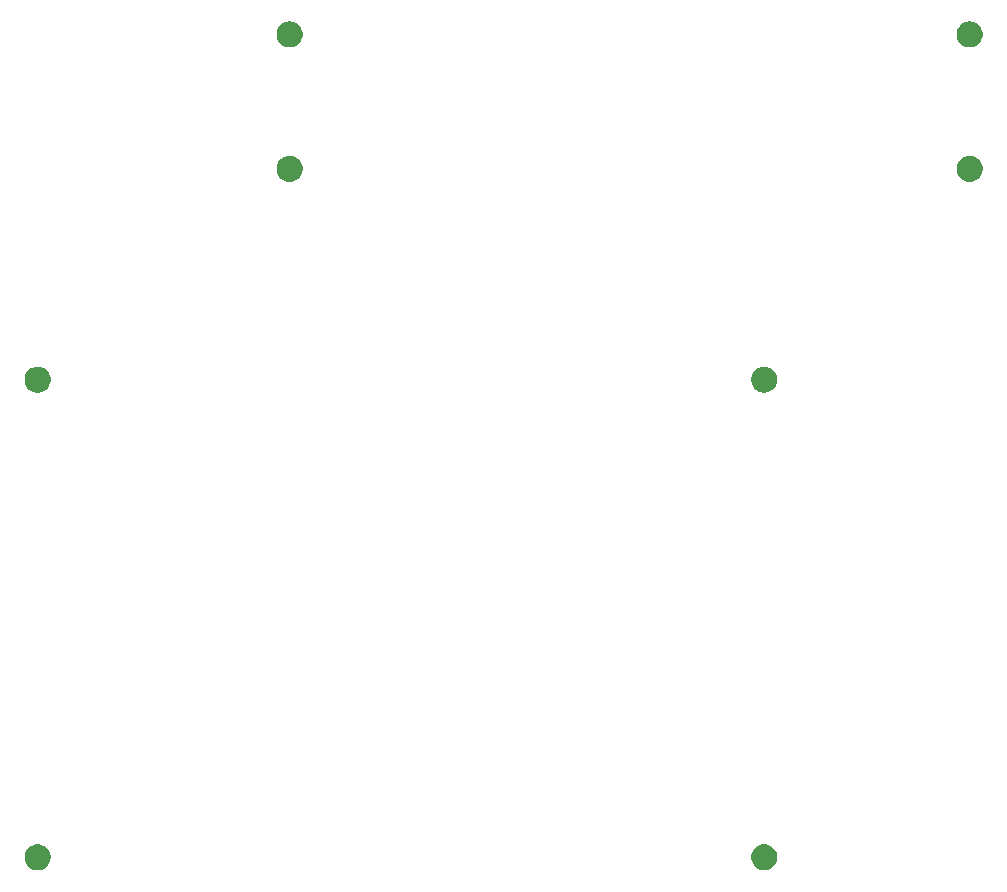
<source format=gbs>
G04 #@! TF.GenerationSoftware,KiCad,Pcbnew,(5.1.4-0-10_14)*
G04 #@! TF.CreationDate,2019-10-30T04:12:27+09:00*
G04 #@! TF.ProjectId,nilgiri_back,6e696c67-6972-4695-9f62-61636b2e6b69,rev?*
G04 #@! TF.SameCoordinates,Original*
G04 #@! TF.FileFunction,Soldermask,Bot*
G04 #@! TF.FilePolarity,Negative*
%FSLAX46Y46*%
G04 Gerber Fmt 4.6, Leading zero omitted, Abs format (unit mm)*
G04 Created by KiCad (PCBNEW (5.1.4-0-10_14)) date 2019-10-30 04:12:27*
%MOMM*%
%LPD*%
G04 APERTURE LIST*
%ADD10C,0.100000*%
G04 APERTURE END LIST*
D10*
G36*
X164603595Y-110222956D02*
G01*
X164709950Y-110244111D01*
X164910320Y-110327107D01*
X165090644Y-110447595D01*
X165244005Y-110600956D01*
X165364493Y-110781280D01*
X165447489Y-110981651D01*
X165489800Y-111194360D01*
X165489800Y-111411240D01*
X165447489Y-111623949D01*
X165364493Y-111824320D01*
X165244005Y-112004644D01*
X165090644Y-112158005D01*
X164910320Y-112278493D01*
X164709950Y-112361489D01*
X164603594Y-112382645D01*
X164497240Y-112403800D01*
X164280360Y-112403800D01*
X164174006Y-112382645D01*
X164067650Y-112361489D01*
X163867280Y-112278493D01*
X163686956Y-112158005D01*
X163533595Y-112004644D01*
X163413107Y-111824320D01*
X163330111Y-111623949D01*
X163287800Y-111411240D01*
X163287800Y-111194360D01*
X163330111Y-110981651D01*
X163413107Y-110781280D01*
X163533595Y-110600956D01*
X163686956Y-110447595D01*
X163867280Y-110327107D01*
X164067650Y-110244111D01*
X164174005Y-110222956D01*
X164280360Y-110201800D01*
X164497240Y-110201800D01*
X164603595Y-110222956D01*
X164603595Y-110222956D01*
G37*
G36*
X103084795Y-110222956D02*
G01*
X103191150Y-110244111D01*
X103391520Y-110327107D01*
X103571844Y-110447595D01*
X103725205Y-110600956D01*
X103845693Y-110781280D01*
X103928689Y-110981651D01*
X103971000Y-111194360D01*
X103971000Y-111411240D01*
X103928689Y-111623949D01*
X103845693Y-111824320D01*
X103725205Y-112004644D01*
X103571844Y-112158005D01*
X103391520Y-112278493D01*
X103191150Y-112361489D01*
X103084794Y-112382645D01*
X102978440Y-112403800D01*
X102761560Y-112403800D01*
X102655206Y-112382645D01*
X102548850Y-112361489D01*
X102348480Y-112278493D01*
X102168156Y-112158005D01*
X102014795Y-112004644D01*
X101894307Y-111824320D01*
X101811311Y-111623949D01*
X101769000Y-111411240D01*
X101769000Y-111194360D01*
X101811311Y-110981651D01*
X101894307Y-110781280D01*
X102014795Y-110600956D01*
X102168156Y-110447595D01*
X102348480Y-110327107D01*
X102548850Y-110244111D01*
X102655205Y-110222956D01*
X102761560Y-110201800D01*
X102978440Y-110201800D01*
X103084795Y-110222956D01*
X103084795Y-110222956D01*
G37*
G36*
X164603595Y-69786156D02*
G01*
X164709950Y-69807311D01*
X164810134Y-69848809D01*
X164910320Y-69890307D01*
X165090644Y-70010795D01*
X165244005Y-70164156D01*
X165364493Y-70344480D01*
X165447489Y-70544851D01*
X165489800Y-70757560D01*
X165489800Y-70974440D01*
X165447489Y-71187149D01*
X165364493Y-71387520D01*
X165244005Y-71567844D01*
X165090644Y-71721205D01*
X164910320Y-71841693D01*
X164709950Y-71924689D01*
X164603594Y-71945845D01*
X164497240Y-71967000D01*
X164280360Y-71967000D01*
X164174006Y-71945845D01*
X164067650Y-71924689D01*
X163967466Y-71883191D01*
X163867280Y-71841693D01*
X163686956Y-71721205D01*
X163533595Y-71567844D01*
X163413107Y-71387520D01*
X163330111Y-71187149D01*
X163287800Y-70974440D01*
X163287800Y-70757560D01*
X163330111Y-70544851D01*
X163413107Y-70344480D01*
X163533595Y-70164156D01*
X163686956Y-70010795D01*
X163867280Y-69890307D01*
X163967466Y-69848809D01*
X164067650Y-69807311D01*
X164174005Y-69786156D01*
X164280360Y-69765000D01*
X164497240Y-69765000D01*
X164603595Y-69786156D01*
X164603595Y-69786156D01*
G37*
G36*
X103084795Y-69786156D02*
G01*
X103191150Y-69807311D01*
X103291334Y-69848809D01*
X103391520Y-69890307D01*
X103571844Y-70010795D01*
X103725205Y-70164156D01*
X103845693Y-70344480D01*
X103928689Y-70544851D01*
X103971000Y-70757560D01*
X103971000Y-70974440D01*
X103928689Y-71187149D01*
X103845693Y-71387520D01*
X103725205Y-71567844D01*
X103571844Y-71721205D01*
X103391520Y-71841693D01*
X103191150Y-71924689D01*
X103084794Y-71945845D01*
X102978440Y-71967000D01*
X102761560Y-71967000D01*
X102655206Y-71945845D01*
X102548850Y-71924689D01*
X102448666Y-71883191D01*
X102348480Y-71841693D01*
X102168156Y-71721205D01*
X102014795Y-71567844D01*
X101894307Y-71387520D01*
X101811311Y-71187149D01*
X101769000Y-70974440D01*
X101769000Y-70757560D01*
X101811311Y-70544851D01*
X101894307Y-70344480D01*
X102014795Y-70164156D01*
X102168156Y-70010795D01*
X102348480Y-69890307D01*
X102448666Y-69848809D01*
X102548850Y-69807311D01*
X102655205Y-69786156D01*
X102761560Y-69765000D01*
X102978440Y-69765000D01*
X103084795Y-69786156D01*
X103084795Y-69786156D01*
G37*
G36*
X181998795Y-51940156D02*
G01*
X182105150Y-51961311D01*
X182205334Y-52002809D01*
X182305520Y-52044307D01*
X182485844Y-52164795D01*
X182639205Y-52318156D01*
X182759693Y-52498480D01*
X182842689Y-52698851D01*
X182885000Y-52911560D01*
X182885000Y-53128440D01*
X182842689Y-53341149D01*
X182759693Y-53541520D01*
X182639205Y-53721844D01*
X182485844Y-53875205D01*
X182305520Y-53995693D01*
X182105150Y-54078689D01*
X181998794Y-54099845D01*
X181892440Y-54121000D01*
X181675560Y-54121000D01*
X181569206Y-54099845D01*
X181462850Y-54078689D01*
X181262480Y-53995693D01*
X181082156Y-53875205D01*
X180928795Y-53721844D01*
X180808307Y-53541520D01*
X180725311Y-53341149D01*
X180683000Y-53128440D01*
X180683000Y-52911560D01*
X180725311Y-52698851D01*
X180808307Y-52498480D01*
X180928795Y-52318156D01*
X181082156Y-52164795D01*
X181262480Y-52044307D01*
X181362666Y-52002809D01*
X181462850Y-51961311D01*
X181569205Y-51940156D01*
X181675560Y-51919000D01*
X181892440Y-51919000D01*
X181998795Y-51940156D01*
X181998795Y-51940156D01*
G37*
G36*
X124420795Y-51940156D02*
G01*
X124527150Y-51961311D01*
X124627334Y-52002809D01*
X124727520Y-52044307D01*
X124907844Y-52164795D01*
X125061205Y-52318156D01*
X125181693Y-52498480D01*
X125264689Y-52698851D01*
X125307000Y-52911560D01*
X125307000Y-53128440D01*
X125264689Y-53341149D01*
X125181693Y-53541520D01*
X125061205Y-53721844D01*
X124907844Y-53875205D01*
X124727520Y-53995693D01*
X124527150Y-54078689D01*
X124420794Y-54099845D01*
X124314440Y-54121000D01*
X124097560Y-54121000D01*
X123991206Y-54099845D01*
X123884850Y-54078689D01*
X123684480Y-53995693D01*
X123504156Y-53875205D01*
X123350795Y-53721844D01*
X123230307Y-53541520D01*
X123147311Y-53341149D01*
X123105000Y-53128440D01*
X123105000Y-52911560D01*
X123147311Y-52698851D01*
X123230307Y-52498480D01*
X123350795Y-52318156D01*
X123504156Y-52164795D01*
X123684480Y-52044307D01*
X123784666Y-52002809D01*
X123884850Y-51961311D01*
X123991205Y-51940156D01*
X124097560Y-51919000D01*
X124314440Y-51919000D01*
X124420795Y-51940156D01*
X124420795Y-51940156D01*
G37*
G36*
X181998794Y-40560155D02*
G01*
X182105150Y-40581311D01*
X182205334Y-40622809D01*
X182305520Y-40664307D01*
X182485844Y-40784795D01*
X182639205Y-40938156D01*
X182759693Y-41118480D01*
X182842689Y-41318851D01*
X182885000Y-41531560D01*
X182885000Y-41748440D01*
X182842689Y-41961149D01*
X182759693Y-42161520D01*
X182639205Y-42341844D01*
X182485844Y-42495205D01*
X182305520Y-42615693D01*
X182105150Y-42698689D01*
X181998794Y-42719845D01*
X181892440Y-42741000D01*
X181675560Y-42741000D01*
X181569205Y-42719844D01*
X181462850Y-42698689D01*
X181262480Y-42615693D01*
X181082156Y-42495205D01*
X180928795Y-42341844D01*
X180808307Y-42161520D01*
X180725311Y-41961149D01*
X180683000Y-41748440D01*
X180683000Y-41531560D01*
X180725311Y-41318851D01*
X180808307Y-41118480D01*
X180928795Y-40938156D01*
X181082156Y-40784795D01*
X181262480Y-40664307D01*
X181362666Y-40622809D01*
X181462850Y-40581311D01*
X181569205Y-40560156D01*
X181675560Y-40539000D01*
X181892440Y-40539000D01*
X181998794Y-40560155D01*
X181998794Y-40560155D01*
G37*
G36*
X124420794Y-40560155D02*
G01*
X124527150Y-40581311D01*
X124627334Y-40622809D01*
X124727520Y-40664307D01*
X124907844Y-40784795D01*
X125061205Y-40938156D01*
X125181693Y-41118480D01*
X125264689Y-41318851D01*
X125307000Y-41531560D01*
X125307000Y-41748440D01*
X125264689Y-41961149D01*
X125181693Y-42161520D01*
X125061205Y-42341844D01*
X124907844Y-42495205D01*
X124727520Y-42615693D01*
X124527150Y-42698689D01*
X124420794Y-42719845D01*
X124314440Y-42741000D01*
X124097560Y-42741000D01*
X123991205Y-42719844D01*
X123884850Y-42698689D01*
X123684480Y-42615693D01*
X123504156Y-42495205D01*
X123350795Y-42341844D01*
X123230307Y-42161520D01*
X123147311Y-41961149D01*
X123105000Y-41748440D01*
X123105000Y-41531560D01*
X123147311Y-41318851D01*
X123230307Y-41118480D01*
X123350795Y-40938156D01*
X123504156Y-40784795D01*
X123684480Y-40664307D01*
X123784666Y-40622809D01*
X123884850Y-40581311D01*
X123991205Y-40560156D01*
X124097560Y-40539000D01*
X124314440Y-40539000D01*
X124420794Y-40560155D01*
X124420794Y-40560155D01*
G37*
M02*

</source>
